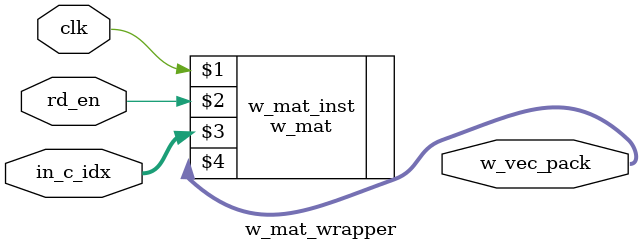
<source format=v>
/*
Copyright 2024 Yufeng Yang (CogSys Group)
SPDX-License-Identifier: Apache-2.0 WITH SHL-2.1

Licensed under the Solderpad Hardware License v 2.1 (the “License”);
you may not use this file except in compliance with the License, or,
at your option, the Apache License version 2.0.
You may obtain a copy of the License at

https://solderpad.org/licenses/SHL-2.1/

Unless required by applicable law or agreed to in writing,
any work distributed under the License is distributed on an “AS IS” BASIS,
WITHOUT WARRANTIES OR CONDITIONS OF ANY KIND, either express or implied.
See the License for the specific language governing permissions and limitations under the License.
*/
`timescale 1ns/1ps

module w_mat_wrapper #(
    parameter IN_C  = 34,
    parameter OUT_C = 32,
    parameter MEM_INIT_FILE = "test_data.mem",
    parameter W_WIDTH = 8,

    localparam IN_C_WIDTH = $clog2(IN_C),
    localparam W_MEM_WIDTH = OUT_C * W_WIDTH
) (
    input wire clk,
    input wire rd_en,
    input wire [IN_C_WIDTH  -1 : 0] in_c_idx,
    output wire [W_MEM_WIDTH -1:0] w_vec_pack
);
    w_mat #(
        .IN_C  (IN_C),
        .OUT_C (OUT_C),
        .MEM_INIT_FILE(MEM_INIT_FILE)
    )w_mat_inst (
        clk,
        rd_en,
        in_c_idx,
        w_vec_pack
    );


endmodule
</source>
